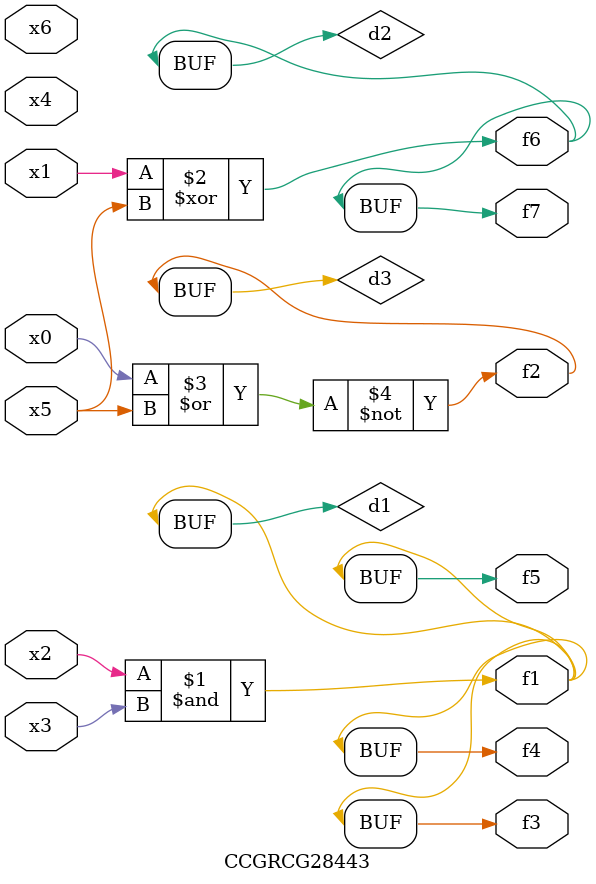
<source format=v>
module CCGRCG28443(
	input x0, x1, x2, x3, x4, x5, x6,
	output f1, f2, f3, f4, f5, f6, f7
);

	wire d1, d2, d3;

	and (d1, x2, x3);
	xor (d2, x1, x5);
	nor (d3, x0, x5);
	assign f1 = d1;
	assign f2 = d3;
	assign f3 = d1;
	assign f4 = d1;
	assign f5 = d1;
	assign f6 = d2;
	assign f7 = d2;
endmodule

</source>
